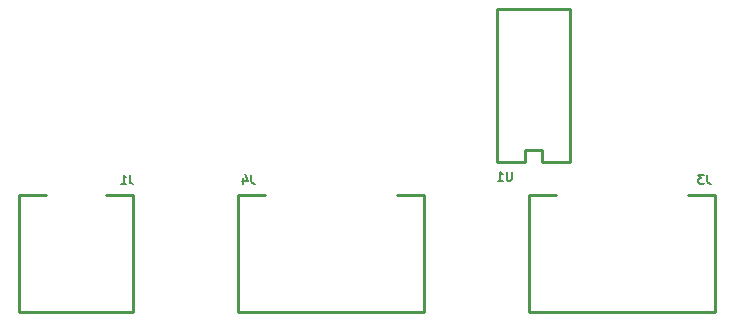
<source format=gbr>
G04 #@! TF.GenerationSoftware,KiCad,Pcbnew,5.1.6-c6e7f7d~87~ubuntu16.04.1*
G04 #@! TF.CreationDate,2020-09-01T19:23:28-04:00*
G04 #@! TF.ProjectId,Controller,436f6e74-726f-46c6-9c65-722e6b696361,rev?*
G04 #@! TF.SameCoordinates,PX5734380PY65bcec0*
G04 #@! TF.FileFunction,Legend,Bot*
G04 #@! TF.FilePolarity,Positive*
%FSLAX46Y46*%
G04 Gerber Fmt 4.6, Leading zero omitted, Abs format (unit mm)*
G04 Created by KiCad (PCBNEW 5.1.6-c6e7f7d~87~ubuntu16.04.1) date 2020-09-01 19:23:28*
%MOMM*%
%LPD*%
G01*
G04 APERTURE LIST*
%ADD10C,0.254000*%
%ADD11C,0.152400*%
G04 APERTURE END LIST*
D10*
X49486820Y-34074100D02*
X49088040Y-34074100D01*
X49088040Y-34074100D02*
X49088040Y-33073340D01*
X49088040Y-33073340D02*
X47688500Y-33073340D01*
X47688500Y-33073340D02*
X47688500Y-34074100D01*
X47688500Y-34074100D02*
X47089060Y-34074100D01*
X51488340Y-34074100D02*
X49486820Y-34074100D01*
X49088040Y-34074100D02*
X49088040Y-33073340D01*
X47688500Y-33073340D02*
X47688500Y-34074100D01*
X47287180Y-34074100D02*
X45288200Y-34074100D01*
X45288200Y-34074100D02*
X45288200Y-21074380D01*
X45288200Y-21074380D02*
X51488340Y-21074380D01*
X51488340Y-21074380D02*
X51488340Y-34074100D01*
X4826000Y-36830000D02*
X4826000Y-46736000D01*
X7112000Y-36830000D02*
X4826000Y-36830000D01*
X14478000Y-36830000D02*
X14478000Y-46736000D01*
X12192000Y-36830000D02*
X14478000Y-36830000D01*
X14478000Y-46736000D02*
X4826000Y-46736000D01*
X63754000Y-36830000D02*
X61468000Y-36830000D01*
X63754000Y-46736000D02*
X63754000Y-36830000D01*
X48006000Y-46736000D02*
X63754000Y-46736000D01*
X48006000Y-36830000D02*
X48006000Y-46736000D01*
X50292000Y-36830000D02*
X48006000Y-36830000D01*
X25654000Y-36830000D02*
X23368000Y-36830000D01*
X23368000Y-36830000D02*
X23368000Y-46736000D01*
X23368000Y-46736000D02*
X39116000Y-46736000D01*
X39116000Y-46736000D02*
X39116000Y-36830000D01*
X39116000Y-36830000D02*
X36830000Y-36830000D01*
D11*
X46554571Y-34888714D02*
X46554571Y-35505571D01*
X46518285Y-35578142D01*
X46482000Y-35614428D01*
X46409428Y-35650714D01*
X46264285Y-35650714D01*
X46191714Y-35614428D01*
X46155428Y-35578142D01*
X46119142Y-35505571D01*
X46119142Y-34888714D01*
X45357142Y-35650714D02*
X45792571Y-35650714D01*
X45574857Y-35650714D02*
X45574857Y-34888714D01*
X45647428Y-34997571D01*
X45720000Y-35070142D01*
X45792571Y-35106428D01*
X14224000Y-35142714D02*
X14224000Y-35687000D01*
X14260285Y-35795857D01*
X14332857Y-35868428D01*
X14441714Y-35904714D01*
X14514285Y-35904714D01*
X13462000Y-35904714D02*
X13897428Y-35904714D01*
X13679714Y-35904714D02*
X13679714Y-35142714D01*
X13752285Y-35251571D01*
X13824857Y-35324142D01*
X13897428Y-35360428D01*
X63119000Y-35142714D02*
X63119000Y-35687000D01*
X63155285Y-35795857D01*
X63227857Y-35868428D01*
X63336714Y-35904714D01*
X63409285Y-35904714D01*
X62828714Y-35142714D02*
X62357000Y-35142714D01*
X62611000Y-35433000D01*
X62502142Y-35433000D01*
X62429571Y-35469285D01*
X62393285Y-35505571D01*
X62357000Y-35578142D01*
X62357000Y-35759571D01*
X62393285Y-35832142D01*
X62429571Y-35868428D01*
X62502142Y-35904714D01*
X62719857Y-35904714D01*
X62792428Y-35868428D01*
X62828714Y-35832142D01*
X24511000Y-35142714D02*
X24511000Y-35687000D01*
X24547285Y-35795857D01*
X24619857Y-35868428D01*
X24728714Y-35904714D01*
X24801285Y-35904714D01*
X23821571Y-35396714D02*
X23821571Y-35904714D01*
X24003000Y-35106428D02*
X24184428Y-35650714D01*
X23712714Y-35650714D01*
M02*

</source>
